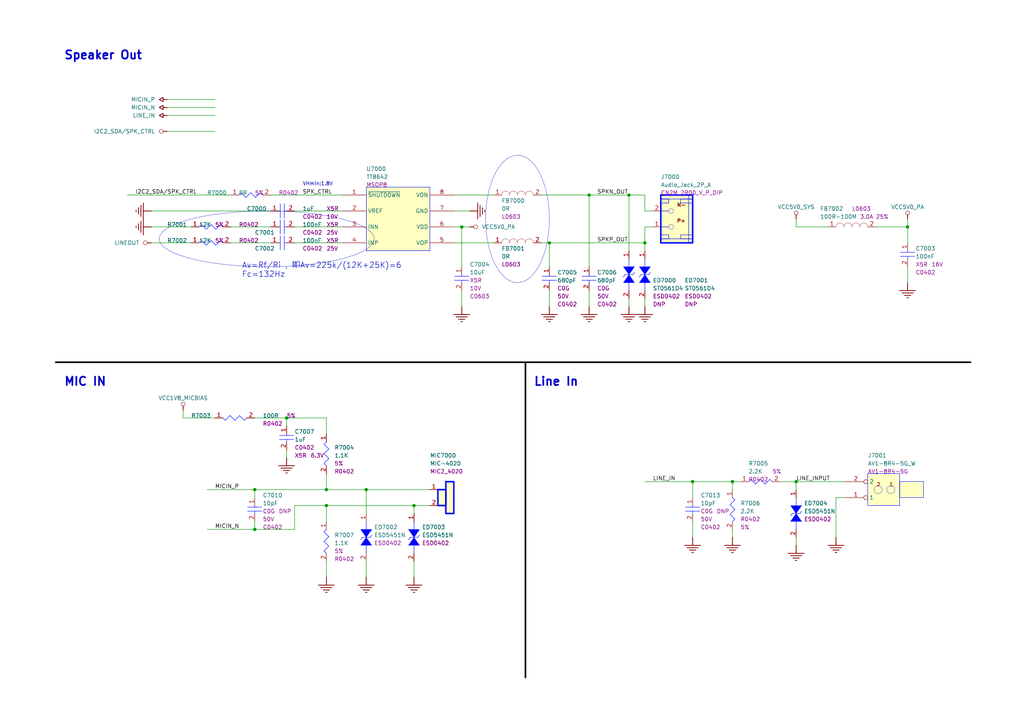
<source format=kicad_sch>
(kicad_sch (version 20250114) (generator "eeschema") (generator_version "9.0")
  (paper "User" 326.7 231)
  (lib_symbols
    (symbol "*:root_0_Amplifier_PT1505_0_*"
      (symbol "root_0_Amplifier_PT1505_0_*_1_0"
        (pin passive line (at -7.62 -2.54 0) (length 7.62) (name "~{SHUTDOWN}") (number "1"))
        (pin passive line (at -7.62 -7.62 0) (length 7.62) (name "VREF") (number "2"))
        (pin passive line (at -7.62 -12.7 0) (length 7.62) (name "INN") (number "3"))
        (pin passive line (at -7.62 -17.78 0) (length 7.62) (name "INP") (number "4"))
        (pin passive line (at 27.94 -2.54 180) (length 7.62) (name "VON") (number "8"))
        (pin passive line (at 27.94 -7.62 180) (length 7.62) (name "GND") (number "7"))
        (pin passive line (at 27.94 -12.7 180) (length 7.62) (name "VDD") (number "6"))
        (pin passive line (at 27.94 -17.78 180) (length 7.62) (name "VOP") (number "5"))
      )
    )
    (symbol "*:root_0_CAP NP_*" (pin_names (hide yes))
      (symbol "root_0_CAP NP_*_1_0"
        (pin passive line (at 2.54 2.54 270) (length 2.54) (name "1") (number "1"))
        (pin passive line (at 2.54 -5.08 90) (length 2.54) (name "2") (number "2"))
      )
    )
    (symbol "*:root_0_MIC_*" (pin_names (hide yes))
      (symbol "root_0_MIC_*_1_0"
        (pin passive line (at -2.54 -2.54 0) (length 2.54) (name "1") (number "1"))
        (pin passive line (at -2.54 -7.62 0) (length 2.54) (name "2") (number "2"))
      )
    )
    (symbol "*:root_0_RESISTOR_Dup1_*" (pin_names (hide yes))
      (symbol "root_0_RESISTOR_Dup1_*_1_0"
        (pin passive line (at 2.54 2.54 270) (length 2.54) (name "1") (number "1"))
        (pin passive line (at 2.54 -10.16 90) (length 2.54) (name "2") (number "2"))
      )
    )
    (symbol "*:root_0_mirrored_CAP NP_*" (pin_names (hide yes))
      (symbol "root_0_mirrored_CAP NP_*_1_0"
        (pin passive line (at -2.54 2.54 270) (length 2.54) (name "1") (number "1"))
        (pin passive line (at -2.54 -5.08 90) (length 2.54) (name "2") (number "2"))
      )
    )
    (symbol "*:root_0_mirrored_RESISTOR_Dup1_*" (pin_names (hide yes))
      (symbol "root_0_mirrored_RESISTOR_Dup1_*_1_0"
        (pin passive line (at -2.54 2.54 270) (length 2.54) (name "1") (number "1"))
        (pin passive line (at -2.54 -10.16 90) (length 2.54) (name "2") (number "2"))
      )
    )
    (symbol "*:root_1_BEAD_*" (pin_names (hide yes))
      (symbol "root_1_BEAD_*_1_0"
        (pin passive line (at -2.54 2.54 0) (length 2.54) (name "1") (number "1"))
        (pin passive line (at 12.7 2.54 180) (length 2.54) (name "2") (number "2"))
      )
    )
    (symbol "*:root_1_RESISTOR_Dup1_*" (pin_names (hide yes))
      (symbol "root_1_RESISTOR_Dup1_*_1_0"
        (pin passive line (at -2.54 2.54 0) (length 2.54) (name "1") (number "1"))
        (pin passive line (at 10.16 2.54 180) (length 2.54) (name "2") (number "2"))
      )
    )
    (symbol "*:root_2_JP_AV1-8.4-5G_*"
      (symbol "root_2_JP_AV1-8.4-5G_*_1_0"
        (text "2" (at -13.716 6.096 0) (effects (font (size 1.143 1.143)) (justify right bottom)))
        (text "1" (at -9.652 6.096 0) (effects (font (size 1.143 1.143)) (justify right bottom)))
        (pin passive inverted (at -25.4 7.62 0) (length 7.62) (name "2") (number "2"))
        (pin passive inverted (at -25.4 2.54 0) (length 7.62) (name "1") (number "1"))
      )
    )
    (symbol "*:root_2_mirrored_Audio_Jack_2P_A_3_*" (pin_names (hide yes))
      (symbol "root_2_mirrored_Audio_Jack_2P_A_3_*_1_0"
        (text "N-" (at 5.08 11.43 0) (effects (font (size 1.143 1.143) (thickness 0.2286) (bold yes)) (justify left bottom)))
        (text "P+" (at 5.08 6.35 0) (effects (font (size 1.143 1.143) (thickness 0.2286) (bold yes)) (justify left bottom)))
        (pin passive line (at -2.54 10.16 0) (length 2.54) (name "2") (number "2"))
        (pin passive line (at -2.54 5.08 0) (length 2.54) (name "1") (number "1"))
      )
    )
    (symbol "*:root_3_DIODE BI_DIR TRIG_*" (pin_names (hide yes))
      (symbol "root_3_DIODE BI_DIR TRIG_*_1_0"
        (pin passive line (at -2.54 2.54 270) (length 2.54) (name "1") (number "1"))
        (pin passive line (at -2.54 -12.7 90) (length 2.54) (name "2") (number "2"))
      )
    )
    (symbol "*:root_3_mirrored_CAP NP_*" (pin_names (hide yes))
      (symbol "root_3_mirrored_CAP NP_*_1_0"
        (pin passive line (at -2.54 -2.54 0) (length 2.54) (name "1") (number "1"))
        (pin passive line (at 5.08 -2.54 180) (length 2.54) (name "2") (number "2"))
      )
    )
    (symbol "*:root_3_mirrored_RESISTOR_Dup1_*" (pin_names (hide yes))
      (symbol "root_3_mirrored_RESISTOR_Dup1_*_1_0"
        (pin passive line (at -2.54 -2.54 0) (length 2.54) (name "1") (number "1"))
        (pin passive line (at 10.16 -2.54 180) (length 2.54) (name "2") (number "2"))
      )
    )
    (symbol "RV1106G_EVB1_V11_20220401LX-altium-import:GND_POWER_GROUND" (power)
      (property "Value" "GND" (at 0 -6.35 0))
      (symbol "GND_POWER_GROUND_0_0"
        (pin power_in line (at 0 0 0) (length 0) (hide yes) (name "GND") (number ""))
      )
    )
    (symbol "RV1106G_EVB1_V11_20220401LX-altium-import:I2C2_SDA/SPK_CTRL_CIRCLE" (power)
      (property "Value" "I2C2_SDA/SPK_CTRL" (at 0 -3.81 0))
      (symbol "I2C2_SDA/SPK_CTRL_CIRCLE_0_0"
        (pin power_in line (at 0 0 0) (length 0) (hide yes) (name "I2C2_SDA/SPK_CTRL") (number ""))
      )
    )
    (symbol "RV1106G_EVB1_V11_20220401LX-altium-import:LINEOUT_CIRCLE" (power)
      (property "Value" "LINEOUT" (at 0 -3.81 0))
      (symbol "LINEOUT_CIRCLE_0_0"
        (pin power_in line (at 0 0 0) (length 0) (hide yes) (name "LINEOUT") (number ""))
      )
    )
    (symbol "RV1106G_EVB1_V11_20220401LX-altium-import:LINE_IN_ARROW" (power)
      (property "Value" "LINE_IN" (at 0 -3.81 0))
      (symbol "LINE_IN_ARROW_0_0"
        (pin power_in line (at 0 0 0) (length 0) (hide yes) (name "LINE_IN") (number ""))
      )
    )
    (symbol "RV1106G_EVB1_V11_20220401LX-altium-import:MICIN_N_ARROW" (power)
      (property "Value" "MICIN_N" (at 0 -3.81 0))
      (symbol "MICIN_N_ARROW_0_0"
        (pin power_in line (at 0 0 0) (length 0) (hide yes) (name "MICIN_N") (number ""))
      )
    )
    (symbol "RV1106G_EVB1_V11_20220401LX-altium-import:MICIN_P_ARROW" (power)
      (property "Value" "MICIN_P" (at 0 -3.81 0))
      (symbol "MICIN_P_ARROW_0_0"
        (pin power_in line (at 0 0 0) (length 0) (hide yes) (name "MICIN_P") (number ""))
      )
    )
    (symbol "RV1106G_EVB1_V11_20220401LX-altium-import:VCC1V8_MICBIAS_CIRCLE" (power)
      (property "Value" "VCC1V8_MICBIAS" (at 0 -3.81 0))
      (symbol "VCC1V8_MICBIAS_CIRCLE_0_0"
        (pin power_in line (at 0 0 0) (length 0) (hide yes) (name "VCC1V8_MICBIAS") (number ""))
      )
    )
    (symbol "RV1106G_EVB1_V11_20220401LX-altium-import:VCC5V0_PA_CIRCLE" (power)
      (property "Value" "VCC5V0_PA" (at 0 -3.81 0))
      (symbol "VCC5V0_PA_CIRCLE_0_0"
        (pin power_in line (at 0 0 0) (length 0) (hide yes) (name "VCC5V0_PA") (number ""))
      )
    )
    (symbol "RV1106G_EVB1_V11_20220401LX-altium-import:VCC5V0_SYS_CIRCLE" (power)
      (property "Value" "VCC5V0_SYS" (at 0 -3.81 0))
      (symbol "VCC5V0_SYS_CIRCLE_0_0"
        (pin power_in line (at 0 0 0) (length 0) (hide yes) (name "VCC5V0_SYS") (number ""))
      )
    )
    (symbol "root_0_CAP NP_*_1" (pin_names (hide yes))
      (symbol "root_0_CAP NP_*_1_1_0"
        (pin passive line (at 2.54 2.54 270) (length 2.54) (name "1") (number "1"))
        (pin passive line (at 2.54 -5.08 90) (length 2.54) (name "2") (number "2"))
      )
    )
    (symbol "root_0_CAP NP_*_2" (pin_names (hide yes))
      (symbol "root_0_CAP NP_*_2_1_0"
        (pin passive line (at 2.54 2.54 270) (length 2.54) (name "1") (number "1"))
        (pin passive line (at 2.54 -5.08 90) (length 2.54) (name "2") (number "2"))
      )
    )
    (symbol "root_0_mirrored_CAP NP_*_1" (pin_names (hide yes))
      (symbol "root_0_mirrored_CAP NP_*_1_1_0"
        (pin passive line (at -2.54 2.54 270) (length 2.54) (name "1") (number "1"))
        (pin passive line (at -2.54 -5.08 90) (length 2.54) (name "2") (number "2"))
      )
    )
    (symbol "root_1_BEAD_*_1" (pin_names (hide yes))
      (symbol "root_1_BEAD_*_1_1_0"
        (pin passive line (at -2.54 2.54 0) (length 2.54) (name "1") (number "1"))
        (pin passive line (at 12.7 2.54 180) (length 2.54) (name "2") (number "2"))
      )
    )
    (symbol "root_1_BEAD_*_2" (pin_names (hide yes))
      (symbol "root_1_BEAD_*_2_1_0"
        (pin passive line (at -2.54 2.54 0) (length 2.54) (name "1") (number "1"))
        (pin passive line (at 12.7 2.54 180) (length 2.54) (name "2") (number "2"))
      )
    )
    (symbol "root_1_RESISTOR_Dup1_*_1" (pin_names (hide yes))
      (symbol "root_1_RESISTOR_Dup1_*_1_1_0"
        (pin passive line (at -2.54 2.54 0) (length 2.54) (name "1") (number "1"))
        (pin passive line (at 10.16 2.54 180) (length 2.54) (name "2") (number "2"))
      )
    )
    (symbol "root_1_RESISTOR_Dup1_*_2" (pin_names (hide yes))
      (symbol "root_1_RESISTOR_Dup1_*_2_1_0"
        (pin passive line (at -2.54 2.54 0) (length 2.54) (name "1") (number "1"))
        (pin passive line (at 10.16 2.54 180) (length 2.54) (name "2") (number "2"))
      )
    )
    (symbol "root_1_RESISTOR_Dup1_*_3" (pin_names (hide yes))
      (symbol "root_1_RESISTOR_Dup1_*_3_1_0"
        (pin passive line (at -2.54 2.54 0) (length 2.54) (name "1") (number "1"))
        (pin passive line (at 10.16 2.54 180) (length 2.54) (name "2") (number "2"))
      )
    )
    (symbol "root_3_mirrored_CAP NP_*_1" (pin_names (hide yes))
      (symbol "root_3_mirrored_CAP NP_*_1_1_0"
        (pin passive line (at -2.54 -2.54 0) (length 2.54) (name "1") (number "1"))
        (pin passive line (at 5.08 -2.54 180) (length 2.54) (name "2") (number "2"))
      )
    )
  )
  (bezier (pts (xy 119.38 76.2) (xy 119.38 71.2901) (xy 104.0278 67.31) (xy 85.09 67.31)) (stroke (width 0.0254)))
  (bezier (pts (xy 175.26 69.85) (xy 175.26 58.6275) (xy 170.7112 49.53) (xy 165.1 49.53)) (stroke (width 0.0254)))
  (bezier (pts (xy 50.8 76.2) (xy 50.8 81.1098) (xy 66.1521 85.09) (xy 85.09 85.09)) (stroke (width 0.0254)))
  (bezier (pts (xy 165.1 49.53) (xy 159.4887 49.53) (xy 154.94 58.6275) (xy 154.94 69.85)) (stroke (width 0.0254)))
  (bezier (pts (xy 85.09 67.31) (xy 66.1521 67.31) (xy 50.8 71.2901) (xy 50.8 76.2)) (stroke (width 0.0254)))
  (bezier (pts (xy 85.09 85.09) (xy 104.0278 85.09) (xy 119.38 81.1098) (xy 119.38 76.2)) (stroke (width 0.0254)))
  (bezier (pts (xy 154.94 69.85) (xy 154.94 81.0724) (xy 159.4887 90.17) (xy 165.1 90.17)) (stroke (width 0.0254)))
  (bezier (pts (xy 165.1 90.17) (xy 170.7112 90.17) (xy 175.26 81.0724) (xy 175.26 69.85)) (stroke (width 0.0254)))
  (text "Speaker Out" (at 20.32 19.304 0) (effects (font (size 2.667 2.667) (thickness 0.5334) (bold yes)) (justify left bottom)))
  (text "Line In" (at 170.18 123.444 0) (effects (font (size 2.667 2.667) (thickness 0.5334) (bold yes)) (justify left bottom)))
  (text "VHmin:1.8V" (at 96.52 59.436 0) (effects (font (size 1.143 1.143)) (justify left bottom)))
  (text "MIC IN" (at 20.32 123.444 0) (effects (font (size 2.667 2.667) (thickness 0.5334) (bold yes)) (justify left bottom)))
  (text_box "Av=Rf/Ri , 即Av=225k/(12K+25K)=6\nFc=132Hz" (at 142.24 89.662 0) (size -66.04 -7.112) (margins 0.9525 0.9525 0.9525 0.9525) (stroke (width -0.0001) (color 0 0 0 1)) (effects (font (size 1.778 1.778)) (justify left top)))
  (junction (at 187.96 62.23))
  (junction (at 81.28 156.21))
  (junction (at 289.56 72.39))
  (junction (at 175.26 77.47))
  (junction (at 81.28 168.91))
  (junction (at 91.44 133.35))
  (junction (at 104.14 161.29))
  (junction (at 254 153.67))
  (junction (at 205.74 77.47))
  (junction (at 116.84 156.21))
  (junction (at 233.68 153.67))
  (junction (at 132.08 161.29))
  (junction (at 147.32 72.39))
  (junction (at 220.98 153.67))
  (junction (at 104.14 156.21))
  (junction (at 200.66 62.23))
  (wire (pts (xy 157.48 77.47) (xy 144.78 77.47)))
  (wire (pts (xy 93.98 168.91) (xy 93.98 161.29)))
  (wire (pts (xy 266.7 158.75) (xy 266.7 171.45)))
  (wire (pts (xy 132.08 161.29) (xy 132.08 163.83)))
  (wire (pts (xy 91.44 146.05) (xy 91.44 143.51)))
  (wire (pts (xy 86.36 72.39) (xy 73.66 72.39)))
  (wire (pts (xy 175.26 77.47) (xy 175.26 85.09)))
  (wire (pts (xy 248.92 153.67) (xy 254 153.67)))
  (wire (pts (xy 81.28 156.21) (xy 104.14 156.21)))
  (wire (pts (xy 60.96 77.47) (xy 48.26 77.47)))
  (wire (pts (xy 109.22 67.31) (xy 93.98 67.31)))
  (wire (pts (xy 205.74 97.79) (xy 205.74 95.25)))
  (wire (pts (xy 233.68 153.67) (xy 233.68 156.21)))
  (wire (pts (xy 289.56 72.39) (xy 289.56 69.85)))
  (wire (pts (xy 66.04 156.21) (xy 81.28 156.21)))
  (wire (pts (xy 205.74 72.39) (xy 208.28 72.39)))
  (wire (pts (xy 68.58 133.35) (xy 58.42 133.35)))
  (wire (pts (xy 187.96 97.79) (xy 187.96 92.71)))
  (polyline (pts (xy 17.78 115.57) (xy 309.626 115.57)) (stroke (width 0.508) (type solid) (color 0 0 0 1)))
  (wire (pts (xy 220.98 171.45) (xy 220.98 166.37)))
  (wire (pts (xy 269.24 158.75) (xy 266.7 158.75)))
  (wire (pts (xy 205.74 77.47) (xy 205.74 72.39)))
  (wire (pts (xy 104.14 156.21) (xy 104.14 151.13)))
  (wire (pts (xy 157.48 62.23) (xy 144.78 62.23)))
  (wire (pts (xy 175.26 97.79) (xy 175.26 92.71)))
  (wire (pts (xy 220.98 153.67) (xy 233.68 153.67)))
  (wire (pts (xy 147.32 97.79) (xy 147.32 92.71)))
  (wire (pts (xy 68.58 41.91) (xy 53.34 41.91)))
  (wire (pts (xy 289.56 72.39) (xy 279.4 72.39)))
  (wire (pts (xy 236.22 153.67) (xy 233.68 153.67)))
  (wire (pts (xy 81.28 156.21) (xy 81.28 158.75)))
  (wire (pts (xy 254 153.67) (xy 269.24 153.67)))
  (wire (pts (xy 149.86 72.39) (xy 147.32 72.39)))
  (wire (pts (xy 205.74 80.01) (xy 205.74 77.47)))
  (wire (pts (xy 68.58 34.29) (xy 53.34 34.29)))
  (wire (pts (xy 149.86 67.31) (xy 144.78 67.31)))
  (wire (pts (xy 81.28 168.91) (xy 66.04 168.91)))
  (wire (pts (xy 187.96 85.09) (xy 187.96 62.23)))
  (wire (pts (xy 233.68 171.45) (xy 233.68 168.91)))
  (wire (pts (xy 93.98 161.29) (xy 104.14 161.29)))
  (wire (pts (xy 68.58 31.75) (xy 53.34 31.75)))
  (wire (pts (xy 254 72.39) (xy 254 69.85)))
  (wire (pts (xy 147.32 72.39) (xy 144.78 72.39)))
  (wire (pts (xy 91.44 135.89) (xy 91.44 133.35)))
  (wire (pts (xy 187.96 62.23) (xy 200.66 62.23)))
  (polyline (pts (xy 167.64 115.57) (xy 167.64 216.154)) (stroke (width 0.508) (type solid) (color 0 0 0 1)))
  (wire (pts (xy 254 156.21) (xy 254 153.67)))
  (wire (pts (xy 73.66 62.23) (xy 40.64 62.23)))
  (wire (pts (xy 91.44 133.35) (xy 81.28 133.35)))
  (wire (pts (xy 116.84 184.15) (xy 116.84 179.07)))
  (wire (pts (xy 254 173.99) (xy 254 171.45)))
  (wire (pts (xy 109.22 77.47) (xy 93.98 77.47)))
  (wire (pts (xy 116.84 163.83) (xy 116.84 156.21)))
  (wire (pts (xy 289.56 77.47) (xy 289.56 72.39)))
  (wire (pts (xy 200.66 62.23) (xy 200.66 80.01)))
  (wire (pts (xy 208.28 67.31) (xy 205.74 67.31)))
  (wire (pts (xy 109.22 62.23) (xy 86.36 62.23)))
  (wire (pts (xy 68.58 36.83) (xy 53.34 36.83)))
  (wire (pts (xy 104.14 156.21) (xy 116.84 156.21)))
  (wire (pts (xy 205.74 67.31) (xy 205.74 62.23)))
  (wire (pts (xy 104.14 133.35) (xy 91.44 133.35)))
  (wire (pts (xy 116.84 156.21) (xy 137.16 156.21)))
  (wire (pts (xy 86.36 67.31) (xy 48.26 67.31)))
  (wire (pts (xy 200.66 97.79) (xy 200.66 95.25)))
  (wire (pts (xy 104.14 161.29) (xy 132.08 161.29)))
  (wire (pts (xy 147.32 85.09) (xy 147.32 72.39)))
  (wire (pts (xy 104.14 166.37) (xy 104.14 161.29)))
  (wire (pts (xy 205.74 153.67) (xy 220.98 153.67)))
  (wire (pts (xy 220.98 158.75) (xy 220.98 153.67)))
  (wire (pts (xy 175.26 77.47) (xy 205.74 77.47)))
  (wire (pts (xy 109.22 72.39) (xy 93.98 72.39)))
  (wire (pts (xy 104.14 138.43) (xy 104.14 133.35)))
  (wire (pts (xy 86.36 77.47) (xy 73.66 77.47)))
  (wire (pts (xy 81.28 166.37) (xy 81.28 168.91)))
  (wire (pts (xy 132.08 184.15) (xy 132.08 179.07)))
  (wire (pts (xy 104.14 184.15) (xy 104.14 179.07)))
  (wire (pts (xy 132.08 161.29) (xy 137.16 161.29)))
  (wire (pts (xy 81.28 168.91) (xy 93.98 168.91)))
  (wire (pts (xy 205.74 62.23) (xy 200.66 62.23)))
  (wire (pts (xy 289.56 90.17) (xy 289.56 85.09)))
  (wire (pts (xy 58.42 133.35) (xy 58.42 130.81)))
  (wire (pts (xy 187.96 62.23) (xy 172.72 62.23)))
  (wire (pts (xy 172.72 77.47) (xy 175.26 77.47)))
  (wire (pts (xy 60.96 72.39) (xy 48.26 72.39)))
  (wire (pts (xy 264.16 72.39) (xy 254 72.39)))
  (label "I2C2_SDA/SPK_CTRL" (at 43.18 62.23 0))
  (label "SPKN_OUT" (at 190.5 62.23 0))
  (label "MICIN_N" (at 68.58 168.91 0))
  (label "SPK_CTRL" (at 96.52 62.23 0))
  (label "SPKP_OUT" (at 190.5 77.47 0))
  (label "LINE_INPUT" (at 254 153.67 0))
  (label "LINE_IN" (at 208.28 153.67 0))
  (label "MICIN_P" (at 68.58 156.21 0))
  (symbol (lib_id "RV1106G_EVB1_V11_20220401LX-altium-import:GND_POWER_GROUND") (at 220.98 171.45 0) (unit 1)
    (property "Reference" "#PWR?" (effects (hide yes)))
    (property "Value" "GND" (effects (hide yes)))
  )
  (symbol (lib_id "*:root_1_BEAD_*") (at 266.7 74.93 0) (unit 1)
    (property "Reference" "FB7002" (at 261.62 67.31 0) (effects (justify left bottom)))
    (property "Value" "100R-100M" (at 261.62 69.85 0) (effects (justify left bottom)))
    (property "Footprint" "L0603" (effects (hide yes)))
    (property "Description" "Chip ferrite  bead,100R-100M,rated current=3A" (effects (hide yes)))
    (property "DC RESISTOR" "0.03ohm" (effects (hide yes)))
    (property "TOLERANCE" "25%" (at 279.4 69.85 0) (effects (justify left bottom)))
    (property "PCB FOOTPRINT" "L0603" (at 271.78 67.31 0) (effects (justify left bottom)))
    (property "IRMS" "3.0A" (at 274.32 69.85 0) (effects (justify left bottom)))
    (property "ISAT" "3.0A" (effects (hide yes)))
    (property "RK PN" "MPZ1608S101ATAH0" (effects (hide yes)))
    (property "PRIORITY" "A" (effects (hide yes)))
    (property "PART TYPE" "BEAD" (effects (hide yes)))
    (property "MANUFACTURER" "TDK" (effects (hide yes)))
    (property "MANUFACTURER PN" "MPZ1608S101ATAH0" (effects (hide yes)))
    (property "CREATED BY" "JJJ" (effects (hide yes)))
  )
  (symbol (lib_id "RV1106G_EVB1_V11_20220401LX-altium-import:GND_POWER_GROUND") (at 175.26 97.79 0) (unit 1)
    (property "Reference" "#PWR?" (effects (hide yes)))
    (property "Value" "GND" (effects (hide yes)))
  )
  (symbol (lib_id "RV1106G_EVB1_V11_20220401LX-altium-import:GND_POWER_GROUND") (at 233.68 171.45 0) (unit 1)
    (property "Reference" "#PWR?" (effects (hide yes)))
    (property "Value" "GND" (effects (hide yes)))
  )
  (symbol (lib_id "*:root_0_mirrored_CAP NP_*") (at 177.8 87.63 0) (unit 1)
    (property "Reference" "C7005" (at 177.8 87.63 0) (effects (justify left bottom)))
    (property "Value" "680pF" (at 177.8 90.17 0) (effects (justify left bottom)))
    (property "Footprint" "C0402" (effects (hide yes)))
    (property "Description" "cap,680.00pF,+/-10%,50V,C0G,C0402" (effects (hide yes)))
    (property "DIELECTRIC" "C0G" (at 177.8 92.71 0) (effects (justify left bottom)))
    (property "PCB FOOTPRINT" "C0402" (at 177.8 97.79 0) (effects (justify left bottom)))
    (property "VOLTAGE" "50V" (at 177.8 95.25 0) (effects (justify left bottom)))
    (property "RK PN" "C1005C0G1H681K050BA" (effects (hide yes)))
    (property "PRIORITY" "A" (effects (hide yes)))
    (property "PART TYPE" "C0402" (effects (hide yes)))
    (property "TOLERANCE" "10%" (effects (hide yes)))
    (property "MANUFACTURER" "TDK" (effects (hide yes)))
    (property "MANUFACTURER PN" "C1005C0G1H681K050BA" (effects (hide yes)))
    (property "CREATED BY" "JJJ" (effects (hide yes)))
  )
  (symbol (lib_id "RV1106G_EVB1_V11_20220401LX-altium-import:GND_POWER_GROUND") (at 104.14 184.15 0) (unit 1)
    (property "Reference" "#PWR?" (effects (hide yes)))
    (property "Value" "GND" (effects (hide yes)))
  )
  (symbol (lib_id "RV1106G_EVB1_V11_20220401LX-altium-import:MICIN_N_ARROW") (at 53.34 34.29 270) (unit 1)
    (property "Reference" "#PWR?" (effects (hide yes)))
    (property "Value" "MICIN_N" (at 49.53 34.29 90) (effects (justify right)))
  )
  (symbol (lib_name "root_0_mirrored_CAP NP_*_1") (lib_id "*:root_0_mirrored_CAP NP_*") (at 149.86 87.63 0) (unit 1)
    (property "Reference" "C7004" (at 149.86 85.09 0) (effects (justify left bottom)))
    (property "Value" "10uF" (at 149.86 87.63 0) (effects (justify left bottom)))
    (property "Footprint" "C0603" (effects (hide yes)))
    (property "Description" "cap,10.00uF,+/-10%,10V,X5R,C0603" (effects (hide yes)))
    (property "DIELECTRIC" "X5R" (at 149.86 90.17 0) (effects (justify left bottom)))
    (property "PCB FOOTPRINT" "C0603" (at 149.86 95.25 0) (effects (justify left bottom)))
    (property "VOLTAGE" "10V" (at 149.86 92.71 0) (effects (justify left bottom)))
    (property "CREATED BY" "JJJ" (effects (hide yes)))
    (property "MANUFACTURER PN" "C1608X5R1A106K080AC" (effects (hide yes)))
    (property "MANUFACTURER" "TDK" (effects (hide yes)))
    (property "TOLERANCE" "10%" (effects (hide yes)))
    (property "PART TYPE" "C0603" (effects (hide yes)))
    (property "PRIORITY" "A" (effects (hide yes)))
    (property "RK PN" "C1608X5R1A106K080AC" (effects (hide yes)))
  )
  (symbol (lib_id "*:root_1_RESISTOR_Dup1_*") (at 238.76 156.21 0) (unit 1)
    (property "Reference" "R7005" (at 238.76 148.59 0) (effects (justify left bottom)))
    (property "Value" "2.2K" (at 238.76 151.13 0) (effects (justify left bottom)))
    (property "Footprint" "R0402" (effects (hide yes)))
    (property "Description" "通用厚膜电阻,2K2,+/-5%,R0402,1/16W." (effects (hide yes)))
    (property "PCB FOOTPRINT" "R0402" (at 238.76 153.67 0) (effects (justify left bottom)))
    (property "TOLERANCE" "5%" (at 246.38 151.13 0) (effects (justify left bottom)))
    (property "RK PN" "RC0402JR-072K2L" (effects (hide yes)))
    (property "PRIORITY" "A" (effects (hide yes)))
    (property "PART TYPE" "通用厚膜电阻" (effects (hide yes)))
    (property "WATTAGE" "1/16W" (effects (hide yes)))
    (property "MANUFACTURER" "YAGEO" (effects (hide yes)))
    (property "MANUFACTURER PN" "RC0402JR-072K2L" (effects (hide yes)))
    (property "CREATED BY" "YTL" (effects (hide yes)))
  )
  (symbol (lib_id "RV1106G_EVB1_V11_20220401LX-altium-import:VCC5V0_PA_CIRCLE") (at 289.56 69.85 180) (unit 1)
    (property "Reference" "#PWR?" (effects (hide yes)))
    (property "Value" "VCC5V0_PA" (at 289.56 66.04 0))
  )
  (symbol (lib_id "*:root_2_mirrored_Audio_Jack_2P_A_3_*") (at 210.82 77.47 0) (unit 1)
    (property "Reference" "J7000" (at 210.82 57.15 0) (effects (justify left bottom)))
    (property "Value" "Audio_Jack_2P_A" (at 210.82 59.69 0) (effects (justify left bottom)))
    (property "Footprint" "CN2M_2R00_V_P_DIP" (effects (hide yes)))
    (property "NAME" "INS20435614" (effects (hide yes)))
    (property "PCB FOOTPRINT" "CN2M_2R00_V_P_DIP" (at 210.82 62.23 0) (effects (justify left bottom)))
  )
  (symbol (lib_id "RV1106G_EVB1_V11_20220401LX-altium-import:GND_POWER_GROUND") (at 289.56 90.17 0) (unit 1)
    (property "Reference" "#PWR?" (effects (hide yes)))
    (property "Value" "GND" (effects (hide yes)))
  )
  (symbol (lib_id "RV1106G_EVB1_V11_20220401LX-altium-import:VCC1V8_MICBIAS_CIRCLE") (at 58.42 130.81 180) (unit 1)
    (property "Reference" "#PWR?" (effects (hide yes)))
    (property "Value" "VCC1V8_MICBIAS" (at 58.42 127 0))
  )
  (symbol (lib_id "RV1106G_EVB1_V11_20220401LX-altium-import:GND_POWER_GROUND") (at 254 173.99 0) (unit 1)
    (property "Reference" "#PWR?" (effects (hide yes)))
    (property "Value" "GND" (effects (hide yes)))
  )
  (symbol (lib_name "root_3_mirrored_CAP NP_*_1") (lib_id "*:root_3_mirrored_CAP NP_*") (at 88.9 64.77 0) (unit 1)
    (property "Reference" "C7000" (at 78.74 67.31 0) (effects (justify left bottom)))
    (property "Value" "1uF" (at 96.52 67.31 0) (effects (justify left bottom)))
    (property "Footprint" "C0402" (effects (hide yes)))
    (property "Description" "cap,1.00uF,+/-10%,10V,X5R,C0402" (effects (hide yes)))
    (property "DIELECTRIC" "X5R" (at 104.14 67.31 0) (effects (justify left bottom)))
    (property "PCB FOOTPRINT" "C0402" (at 96.52 69.85 0) (effects (justify left bottom)))
    (property "VOLTAGE" "10V" (at 104.14 69.85 0) (effects (justify left bottom)))
    (property "RK PN" "C1005X5R1A105K050BB" (effects (hide yes)))
    (property "PRIORITY" "A" (effects (hide yes)))
    (property "PART TYPE" "C0402" (effects (hide yes)))
    (property "TOLERANCE" "10%" (effects (hide yes)))
    (property "MANUFACTURER" "TDK" (effects (hide yes)))
    (property "MANUFACTURER PN" "C1005X5R1A105K050BB" (effects (hide yes)))
    (property "CREATED BY" "JJJ" (effects (hide yes)))
  )
  (symbol (lib_id "RV1106G_EVB1_V11_20220401LX-altium-import:GND_POWER_GROUND") (at 132.08 184.15 0) (unit 1)
    (property "Reference" "#PWR?" (effects (hide yes)))
    (property "Value" "GND" (effects (hide yes)))
  )
  (symbol (lib_id "*:root_0_MIC_*") (at 139.7 153.67 0) (unit 1)
    (property "Reference" "MIC7000" (at 137.16 146.05 0) (effects (justify left bottom)))
    (property "Value" "MIC-4020" (at 137.16 148.59 0) (effects (justify left bottom)))
    (property "Footprint" "MIC2_4020" (effects (hide yes)))
    (property "Description" "mic 咪头" (effects (hide yes)))
    (property "PCB FOOTPRINT" "MIC2_4020" (at 137.16 151.13 0) (effects (justify left bottom)))
    (property "CREATED BY" "JJJ" (effects (hide yes)))
    (property "MANUFACTURER PART NUMBER" "MIC-4020" (effects (hide yes)))
    (property "MANUFACTURER" "待更新" (effects (hide yes)))
    (property "PART TYPE" "MIC" (effects (hide yes)))
    (property "PRIORITY" "A" (effects (hide yes)))
    (property "RK PN" "MIC" (effects (hide yes)))
  )
  (symbol (lib_id "RV1106G_EVB1_V11_20220401LX-altium-import:GND_POWER_GROUND") (at 149.86 67.31 90) (unit 1)
    (property "Reference" "#PWR?" (effects (hide yes)))
    (property "Value" "GND" (effects (hide yes)))
  )
  (symbol (lib_id "*:root_3_DIODE BI_DIR TRIG_*") (at 119.38 166.37 0) (unit 1)
    (property "Reference" "ED7002" (at 119.38 168.91 0) (effects (justify left bottom)))
    (property "Value" "ESD5451N" (at 119.38 171.45 0) (effects (justify left bottom)))
    (property "Footprint" "ESD0402" (effects (hide yes)))
    (property "Description" "1-Line, Bi-directional, Transient Voltage Suppressors.17.5pF." (effects (hide yes)))
    (property "PCB FOOTPRINT" "ESD0402" (at 119.38 173.99 0) (effects (justify left bottom)))
    (property "CREATED BY" "JJJ" (effects (hide yes)))
    (property "MANUFACTURER PN" "ESD5451N" (effects (hide yes)))
    (property "MANUFACTURER" "WillSemi(韦尔半导体)" (effects (hide yes)))
    (property "PART TYPE" "ESD_TVS" (effects (hide yes)))
    (property "PRIORITY" "A" (effects (hide yes)))
    (property "RK PN" "ESD5451N" (effects (hide yes)))
  )
  (symbol (lib_id "*:root_3_mirrored_RESISTOR_Dup1_*") (at 71.12 130.81 0) (unit 1)
    (property "Reference" "R7003" (at 60.96 133.35 0) (effects (justify left bottom)))
    (property "Value" "100R" (at 83.82 133.35 0) (effects (justify left bottom)))
    (property "Footprint" "R0402" (effects (hide yes)))
    (property "Description" "通用厚膜电阻,100R,+/-5%,R0402,1/16W." (effects (hide yes)))
    (property "PCB FOOTPRINT" "R0402" (at 83.82 135.89 0) (effects (justify left bottom)))
    (property "TOLERANCE" "5%" (at 91.44 133.35 0) (effects (justify left bottom)))
    (property "CREATED BY" "YTL" (effects (hide yes)))
    (property "MANUFACTURER PN" "RC0402JR-07100RL" (effects (hide yes)))
    (property "MANUFACTURER" "YAGEO" (effects (hide yes)))
    (property "WATTAGE" "1/16W" (effects (hide yes)))
    (property "PART TYPE" "通用厚膜电阻" (effects (hide yes)))
    (property "PRIORITY" "A" (effects (hide yes)))
    (property "RK PN" "RC0402JR-07100RL" (effects (hide yes)))
  )
  (symbol (lib_id "*:root_3_DIODE BI_DIR TRIG_*") (at 134.62 166.37 0) (unit 1)
    (property "Reference" "ED7003" (at 134.62 168.91 0) (effects (justify left bottom)))
    (property "Value" "ESD5451N" (at 134.62 171.45 0) (effects (justify left bottom)))
    (property "Footprint" "ESD0402" (effects (hide yes)))
    (property "Description" "1-Line, Bi-directional, Transient Voltage Suppressors.17.5pF." (effects (hide yes)))
    (property "PCB FOOTPRINT" "ESD0402" (at 134.62 173.99 0) (effects (justify left bottom)))
    (property "RK PN" "ESD5451N" (effects (hide yes)))
    (property "PRIORITY" "A" (effects (hide yes)))
    (property "PART TYPE" "ESD_TVS" (effects (hide yes)))
    (property "MANUFACTURER" "WillSemi(韦尔半导体)" (effects (hide yes)))
    (property "MANUFACTURER PN" "ESD5451N" (effects (hide yes)))
    (property "CREATED BY" "JJJ" (effects (hide yes)))
  )
  (symbol (lib_id "RV1106G_EVB1_V11_20220401LX-altium-import:GND_POWER_GROUND") (at 116.84 184.15 0) (unit 1)
    (property "Reference" "#PWR?" (effects (hide yes)))
    (property "Value" "GND" (effects (hide yes)))
  )
  (symbol (lib_name "root_1_RESISTOR_Dup1_*_1") (lib_id "*:root_1_RESISTOR_Dup1_*") (at 63.5 80.01 0) (unit 1)
    (property "Reference" "R7002" (at 53.34 77.47 0) (effects (justify left bottom)))
    (property "Value" "12K" (at 63.5 77.47 0) (effects (justify left bottom)))
    (property "Footprint" "R0402" (effects (hide yes)))
    (property "Description" "通用厚膜电阻,75K,+/-5%,R0402,1/16W." (effects (hide yes)))
    (property "PCB FOOTPRINT" "R0402" (at 76.2 77.47 0) (effects (justify left bottom)))
    (property "TOLERANCE" "5%" (at 68.58 77.47 0) (effects (justify left bottom)))
    (property "CREATED BY" "YTL" (effects (hide yes)))
    (property "MANUFACTURER PN" "RC0402JR-0775KL" (effects (hide yes)))
    (property "MANUFACTURER" "YAGEO" (effects (hide yes)))
    (property "WATTAGE" "1/16W" (effects (hide yes)))
    (property "PART TYPE" "通用厚膜电阻" (effects (hide yes)))
    (property "PRIORITY" "A" (effects (hide yes)))
    (property "RK PN" "RC0402JR-0775KL" (effects (hide yes)))
  )
  (symbol (lib_name "root_1_RESISTOR_Dup1_*_2") (lib_id "*:root_1_RESISTOR_Dup1_*") (at 76.2 64.77 0) (unit 1)
    (property "Reference" "R7000" (at 66.04 62.23 0) (effects (justify left bottom)))
    (property "Value" "0R" (at 76.2 62.23 0) (effects (justify left bottom)))
    (property "Footprint" "R0402" (effects (hide yes)))
    (property "Description" "通用厚膜电阻,0R,+/-5%,R0402,1/16W." (effects (hide yes)))
    (property "PCB FOOTPRINT" "R0402" (at 88.9 62.23 0) (effects (justify left bottom)))
    (property "TOLERANCE" "5%" (at 81.28 62.23 0) (effects (justify left bottom)))
    (property "RK PN" "RC0402JR-070RL" (effects (hide yes)))
    (property "PRIORITY" "A" (effects (hide yes)))
    (property "PART TYPE" "通用厚膜电阻" (effects (hide yes)))
    (property "WATTAGE" "1/16W" (effects (hide yes)))
    (property "MANUFACTURER" "YAGEO" (effects (hide yes)))
    (property "MANUFACTURER PN" "RC0402JR-070RL" (effects (hide yes)))
    (property "CREATED BY" "YTL" (effects (hide yes)))
  )
  (symbol (lib_id "RV1106G_EVB1_V11_20220401LX-altium-import:VCC5V0_SYS_CIRCLE") (at 254 69.85 180) (unit 1)
    (property "Reference" "#PWR?" (effects (hide yes)))
    (property "Value" "VCC5V0_SYS" (at 254 66.04 0))
  )
  (symbol (lib_id "RV1106G_EVB1_V11_20220401LX-altium-import:GND_POWER_GROUND") (at 266.7 171.45 0) (unit 1)
    (property "Reference" "#PWR?" (effects (hide yes)))
    (property "Value" "GND" (effects (hide yes)))
  )
  (symbol (lib_id "RV1106G_EVB1_V11_20220401LX-altium-import:GND_POWER_GROUND") (at 91.44 146.05 0) (unit 1)
    (property "Reference" "#PWR?" (effects (hide yes)))
    (property "Value" "GND" (effects (hide yes)))
  )
  (symbol (lib_id "*:root_0_mirrored_RESISTOR_Dup1_*") (at 106.68 168.91 0) (unit 1)
    (property "Reference" "R7007" (at 106.68 171.45 0) (effects (justify left bottom)))
    (property "Value" "1.1K" (at 106.68 173.99 0) (effects (justify left bottom)))
    (property "Footprint" "R0402" (effects (hide yes)))
    (property "Description" "通用厚膜电阻,1K1,+/-5%,R0402,1/16W." (effects (hide yes)))
    (property "PCB FOOTPRINT" "R0402" (at 106.68 179.07 0) (effects (justify left bottom)))
    (property "TOLERANCE" "5%" (at 106.68 176.53 0) (effects (justify left bottom)))
    (property "CREATED BY" "YTL" (effects (hide yes)))
    (property "MANUFACTURER PN" "RC0402JR-071K1L" (effects (hide yes)))
    (property "MANUFACTURER" "YAGEO" (effects (hide yes)))
    (property "WATTAGE" "1/16W" (effects (hide yes)))
    (property "PART TYPE" "通用厚膜电阻" (effects (hide yes)))
    (property "PRIORITY" "A" (effects (hide yes)))
    (property "RK PN" "RC0402JR-071K1L" (effects (hide yes)))
  )
  (symbol (lib_id "*:root_0_mirrored_CAP NP_*") (at 190.5 87.63 0) (unit 1)
    (property "Reference" "C7006" (at 190.5 87.63 0) (effects (justify left bottom)))
    (property "Value" "680pF" (at 190.5 90.17 0) (effects (justify left bottom)))
    (property "Footprint" "C0402" (effects (hide yes)))
    (property "Description" "cap,680.00pF,+/-10%,50V,C0G,C0402" (effects (hide yes)))
    (property "DIELECTRIC" "C0G" (at 190.5 92.71 0) (effects (justify left bottom)))
    (property "PCB FOOTPRINT" "C0402" (at 190.5 97.79 0) (effects (justify left bottom)))
    (property "VOLTAGE" "50V" (at 190.5 95.25 0) (effects (justify left bottom)))
    (property "CREATED BY" "JJJ" (effects (hide yes)))
    (property "MANUFACTURER PN" "C1005C0G1H681K050BA" (effects (hide yes)))
    (property "MANUFACTURER" "TDK" (effects (hide yes)))
    (property "TOLERANCE" "10%" (effects (hide yes)))
    (property "PART TYPE" "C0402" (effects (hide yes)))
    (property "PRIORITY" "A" (effects (hide yes)))
    (property "RK PN" "C1005C0G1H681K050BA" (effects (hide yes)))
  )
  (symbol (lib_id "*:root_3_DIODE BI_DIR TRIG_*") (at 208.28 82.55 0) (unit 1)
    (property "Reference" "ED7001" (at 218.44 90.17 0) (effects (justify left bottom)))
    (property "Value" "ST0561D4" (at 218.44 92.71 0) (effects (justify left bottom)))
    (property "Footprint" "ESD0402" (effects (hide yes)))
    (property "Description" "1-Line, Bi-directional, Transient Voltage Suppressors.17.5pF." (effects (hide yes)))
    (property "PCB FOOTPRINT" "ESD0402" (at 218.44 95.25 0) (effects (justify left bottom)))
    (property "CREATED BY" "JJJ" (effects (hide yes)))
    (property "MANUFACTURER PN" "ESD5451N" (effects (hide yes)))
    (property "MANUFACTURER" "WillSemi(韦尔半导体)" (effects (hide yes)))
    (property "PART TYPE" "ESD_TVS" (effects (hide yes)))
    (property "PRIORITY" "A" (effects (hide yes)))
    (property "RK PN" "ESD5451N" (effects (hide yes)))
    (property "OPTION" "DNP" (at 218.44 97.79 0) (effects (justify left bottom)))
  )
  (symbol (lib_id "*:root_0_CAP NP_*") (at 78.74 161.29 0) (unit 1)
    (property "Reference" "C7010" (at 83.82 158.75 0) (effects (justify left bottom)))
    (property "Value" "10pF" (at 83.82 161.29 0) (effects (justify left bottom)))
    (property "Footprint" "C0402" (effects (hide yes)))
    (property "Description" "cap,10.00pF,+/-0.5,50V,C0G,C0402" (effects (hide yes)))
    (property "DIELECTRIC" "C0G" (at 83.82 163.83 0) (effects (justify left bottom)))
    (property "PCB FOOTPRINT" "C0402" (at 83.82 168.91 0) (effects (justify left bottom)))
    (property "VOLTAGE" "50V" (at 83.82 166.37 0) (effects (justify left bottom)))
    (property "CREATED BY" "JJJ" (effects (hide yes)))
    (property "MANUFACTURER PN" "C1005C0G1H100D050BA" (effects (hide yes)))
    (property "MANUFACTURER" "TDK" (effects (hide yes)))
    (property "TOLERANCE" "+/-0.5pF" (effects (hide yes)))
    (property "PART TYPE" "C0402" (effects (hide yes)))
    (property "PRIORITY" "A" (effects (hide yes)))
    (property "RK PN" "C1005C0G1H100D050BA" (effects (hide yes)))
    (property "OPTION" "DNP" (at 88.9 163.83 0) (effects (justify left bottom)))
  )
  (symbol (lib_id "*:root_3_DIODE BI_DIR TRIG_*") (at 203.2 82.55 0) (unit 1)
    (property "Reference" "ED7000" (at 208.28 90.17 0) (effects (justify left bottom)))
    (property "Value" "ST0561D4" (at 208.28 92.71 0) (effects (justify left bottom)))
    (property "Footprint" "ESD0402" (effects (hide yes)))
    (property "Description" "1-Line, Bi-directional, Transient Voltage Suppressors.17.5pF." (effects (hide yes)))
    (property "PCB FOOTPRINT" "ESD0402" (at 208.28 95.25 0) (effects (justify left bottom)))
    (property "CREATED BY" "JJJ" (effects (hide yes)))
    (property "MANUFACTURER PN" "ESD5451N" (effects (hide yes)))
    (property "MANUFACTURER" "WillSemi(韦尔半导体)" (effects (hide yes)))
    (property "PART TYPE" "ESD_TVS" (effects (hide yes)))
    (property "PRIORITY" "A" (effects (hide yes)))
    (property "RK PN" "ESD5451N" (effects (hide yes)))
    (property "OPTION" "DNP" (at 208.28 97.79 0) (effects (justify left bottom)))
  )
  (symbol (lib_id "*:root_3_mirrored_CAP NP_*") (at 88.9 69.85 0) (unit 1)
    (property "Reference" "C7001" (at 81.28 74.93 0) (effects (justify left bottom)))
    (property "Value" "100nF" (at 96.52 72.39 0) (effects (justify left bottom)))
    (property "Footprint" "C0402" (effects (hide yes)))
    (property "Description" "cap,10.00nF,+/-10%,25V,X5R,C0402" (effects (hide yes)))
    (property "DIELECTRIC" "X5R" (at 104.14 72.39 0) (effects (justify left bottom)))
    (property "PCB FOOTPRINT" "C0402" (at 96.52 74.93 0) (effects (justify left bottom)))
    (property "VOLTAGE" "25V" (at 104.14 74.93 0) (effects (justify left bottom)))
    (property "CREATED BY" "JJJ" (effects (hide yes)))
    (property "MANUFACTURER PN" "C1005X5R1E103K050BA" (effects (hide yes)))
    (property "MANUFACTURER" "TDK" (effects (hide yes)))
    (property "TOLERANCE" "10%" (effects (hide yes)))
    (property "PART TYPE" "C0402" (effects (hide yes)))
    (property "PRIORITY" "A" (effects (hide yes)))
    (property "RK PN" "C1005X5R1E103K050BA" (effects (hide yes)))
  )
  (symbol (lib_id "RV1106G_EVB1_V11_20220401LX-altium-import:VCC5V0_PA_CIRCLE") (at 149.86 72.39 90) (unit 1)
    (property "Reference" "#PWR?" (effects (hide yes)))
    (property "Value" "VCC5V0_PA" (at 153.67 72.39 90) (effects (justify right)))
  )
  (symbol (lib_id "*:root_0_CAP NP_*") (at 218.44 161.29 0) (unit 1)
    (property "Reference" "C7013" (at 223.52 158.75 0) (effects (justify left bottom)))
    (property "Value" "10pF" (at 223.52 161.29 0) (effects (justify left bottom)))
    (property "Footprint" "C0402" (effects (hide yes)))
    (property "Description" "cap,10.00pF,+/-0.5,50V,C0G,C0402" (effects (hide yes)))
    (property "DIELECTRIC" "C0G" (at 223.52 163.83 0) (effects (justify left bottom)))
    (property "PCB FOOTPRINT" "C0402" (at 223.52 168.91 0) (effects (justify left bottom)))
    (property "VOLTAGE" "50V" (at 223.52 166.37 0) (effects (justify left bottom)))
    (property "OPTION" "DNP" (at 228.6 163.83 0) (effects (justify left bottom)))
    (property "RK PN" "C1005C0G1H100D050BA" (effects (hide yes)))
    (property "PRIORITY" "A" (effects (hide yes)))
    (property "PART TYPE" "C0402" (effects (hide yes)))
    (property "TOLERANCE" "+/-0.5pF" (effects (hide yes)))
    (property "MANUFACTURER" "TDK" (effects (hide yes)))
    (property "MANUFACTURER PN" "C1005C0G1H100D050BA" (effects (hide yes)))
    (property "CREATED BY" "JJJ" (effects (hide yes)))
  )
  (symbol (lib_id "RV1106G_EVB1_V11_20220401LX-altium-import:GND_POWER_GROUND") (at 205.74 97.79 0) (unit 1)
    (property "Reference" "#PWR?" (effects (hide yes)))
    (property "Value" "GND" (effects (hide yes)))
  )
  (symbol (lib_name "root_1_RESISTOR_Dup1_*_3") (lib_id "*:root_1_RESISTOR_Dup1_*") (at 63.5 74.93 0) (unit 1)
    (property "Reference" "R7001" (at 53.34 72.39 0) (effects (justify left bottom)))
    (property "Value" "12K" (at 63.5 72.39 0) (effects (justify left bottom)))
    (property "Footprint" "R0402" (effects (hide yes)))
    (property "Description" "通用厚膜电阻,75K,+/-5%,R0402,1/16W." (effects (hide yes)))
    (property "PCB FOOTPRINT" "R0402" (at 76.2 72.39 0) (effects (justify left bottom)))
    (property "TOLERANCE" "5%" (at 68.58 72.39 0) (effects (justify left bottom)))
    (property "RK PN" "RC0402JR-0775KL" (effects (hide yes)))
    (property "PRIORITY" "A" (effects (hide yes)))
    (property "PART TYPE" "通用厚膜电阻" (effects (hide yes)))
    (property "WATTAGE" "1/16W" (effects (hide yes)))
    (property "MANUFACTURER" "YAGEO" (effects (hide yes)))
    (property "MANUFACTURER PN" "RC0402JR-0775KL" (effects (hide yes)))
    (property "CREATED BY" "YTL" (effects (hide yes)))
  )
  (symbol (lib_id "*:root_3_mirrored_CAP NP_*") (at 88.9 74.93 0) (unit 1)
    (property "Reference" "C7002" (at 81.28 80.01 0) (effects (justify left bottom)))
    (property "Value" "100nF" (at 96.52 77.47 0) (effects (justify left bottom)))
    (property "Footprint" "C0402" (effects (hide yes)))
    (property "Description" "cap,10.00nF,+/-10%,25V,X5R,C0402" (effects (hide yes)))
    (property "DIELECTRIC" "X5R" (at 104.14 77.47 0) (effects (justify left bottom)))
    (property "PCB FOOTPRINT" "C0402" (at 96.52 80.01 0) (effects (justify left bottom)))
    (property "VOLTAGE" "25V" (at 104.14 80.01 0) (effects (justify left bottom)))
    (property "CREATED BY" "JJJ" (effects (hide yes)))
    (property "MANUFACTURER PN" "C1005X5R1E103K050BA" (effects (hide yes)))
    (property "MANUFACTURER" "TDK" (effects (hide yes)))
    (property "TOLERANCE" "10%" (effects (hide yes)))
    (property "PART TYPE" "C0402" (effects (hide yes)))
    (property "PRIORITY" "A" (effects (hide yes)))
    (property "RK PN" "C1005X5R1E103K050BA" (effects (hide yes)))
  )
  (symbol (lib_id "RV1106G_EVB1_V11_20220401LX-altium-import:LINE_IN_ARROW") (at 53.34 36.83 270) (unit 1)
    (property "Reference" "#PWR?" (effects (hide yes)))
    (property "Value" "LINE_IN" (at 49.53 36.83 90) (effects (justify right)))
  )
  (symbol (lib_name "root_1_BEAD_*_1") (lib_id "*:root_1_BEAD_*") (at 160.02 80.01 0) (unit 1)
    (property "Reference" "FB7001" (at 160.02 80.01 0) (effects (justify left bottom)))
    (property "Value" "0R" (at 160.02 82.55 0) (effects (justify left bottom)))
    (property "Footprint" "L0603" (effects (hide yes)))
    (property "Description" "Ferrite Bead,600R-100M,0.25,L0603" (effects (hide yes)))
    (property "DC RESISTOR" "0.38ohm" (effects (hide yes)))
    (property "TOLERANCE" "0.25" (effects (hide yes)))
    (property "PCB FOOTPRINT" "L0603" (at 160.02 85.09 0) (effects (justify left bottom)))
    (property "IRMS" "500mA" (effects (hide yes)))
    (property "CREATED BY" "YTL" (effects (hide yes)))
    (property "MANUFACTURER PN" "GZ1608D601CTF" (effects (hide yes)))
    (property "MANUFACTURER" "sunlord" (effects (hide yes)))
    (property "PART TYPE" "BEAD" (effects (hide yes)))
    (property "PRIORITY" "A" (effects (hide yes)))
    (property "RK PN" "GZ1608D601CTF" (effects (hide yes)))
  )
  (symbol (lib_id "RV1106G_EVB1_V11_20220401LX-altium-import:GND_POWER_GROUND") (at 187.96 97.79 0) (unit 1)
    (property "Reference" "#PWR?" (effects (hide yes)))
    (property "Value" "GND" (effects (hide yes)))
  )
  (symbol (lib_id "RV1106G_EVB1_V11_20220401LX-altium-import:GND_POWER_GROUND") (at 147.32 97.79 0) (unit 1)
    (property "Reference" "#PWR?" (effects (hide yes)))
    (property "Value" "GND" (effects (hide yes)))
  )
  (symbol (lib_id "RV1106G_EVB1_V11_20220401LX-altium-import:GND_POWER_GROUND") (at 200.66 97.79 0) (unit 1)
    (property "Reference" "#PWR?" (effects (hide yes)))
    (property "Value" "GND" (effects (hide yes)))
  )
  (symbol (lib_name "root_0_CAP NP_*_1") (lib_id "*:root_0_CAP NP_*") (at 287.02 80.01 0) (unit 1)
    (property "Reference" "C7003" (at 292.1 80.01 0) (effects (justify left bottom)))
    (property "Value" "100nF" (at 292.1 82.55 0) (effects (justify left bottom)))
    (property "Footprint" "C0402" (effects (hide yes)))
    (property "Description" "cap,100.00nF,+/-10%,16V,X5R,C0402" (effects (hide yes)))
    (property "DIELECTRIC" "X5R" (at 292.1 85.09 0) (effects (justify left bottom)))
    (property "PCB FOOTPRINT" "C0402" (at 292.1 87.63 0) (effects (justify left bottom)))
    (property "VOLTAGE" "16V" (at 297.18 85.09 0) (effects (justify left bottom)))
    (property "CREATED BY" "JJJ" (effects (hide yes)))
    (property "MANUFACTURER PN" "C1005X5R1C104K050BA" (effects (hide yes)))
    (property "MANUFACTURER" "TDK" (effects (hide yes)))
    (property "TOLERANCE" "10%" (effects (hide yes)))
    (property "PART TYPE" "C0402" (effects (hide yes)))
    (property "PRIORITY" "A" (effects (hide yes)))
    (property "RK PN" "C1005X5R1C104K050BA" (effects (hide yes)))
  )
  (symbol (lib_id "RV1106G_EVB1_V11_20220401LX-altium-import:LINEOUT_CIRCLE") (at 48.26 77.47 270) (unit 1)
    (property "Reference" "#PWR?" (effects (hide yes)))
    (property "Value" "LINEOUT" (at 44.45 77.47 90) (effects (justify right)))
  )
  (symbol (lib_id "RV1106G_EVB1_V11_20220401LX-altium-import:MICIN_P_ARROW") (at 53.34 31.75 270) (unit 1)
    (property "Reference" "#PWR?" (effects (hide yes)))
    (property "Value" "MICIN_P" (at 49.53 31.75 90) (effects (justify right)))
  )
  (symbol (lib_id "RV1106G_EVB1_V11_20220401LX-altium-import:I2C2_SDA/SPK_CTRL_CIRCLE") (at 53.34 41.91 270) (unit 1)
    (property "Reference" "#PWR?" (effects (hide yes)))
    (property "Value" "I2C2_SDA/SPK_CTRL" (at 49.53 41.91 90) (effects (justify right)))
  )
  (symbol (lib_id "*:root_0_RESISTOR_Dup1_*") (at 231.14 158.75 0) (unit 1)
    (property "Reference" "R7006" (at 236.22 161.29 0) (effects (justify left bottom)))
    (property "Value" "2.2K" (at 236.22 163.83 0) (effects (justify left bottom)))
    (property "Footprint" "R0402" (effects (hide yes)))
    (property "Description" "通用厚膜电阻,2K2,+/-5%,R0402,1/16W." (effects (hide yes)))
    (property "PCB FOOTPRINT" "R0402" (at 236.22 166.37 0) (effects (justify left bottom)))
    (property "TOLERANCE" "5%" (at 236.22 168.91 0) (effects (justify left bottom)))
    (property "RK PN" "RC0402JR-072K2L" (effects (hide yes)))
    (property "PRIORITY" "A" (effects (hide yes)))
    (property "PART TYPE" "通用厚膜电阻" (effects (hide yes)))
    (property "WATTAGE" "1/16W" (effects (hide yes)))
    (property "MANUFACTURER" "YAGEO" (effects (hide yes)))
    (property "MANUFACTURER PN" "RC0402JR-072K2L" (effects (hide yes)))
    (property "CREATED BY" "YTL" (effects (hide yes)))
  )
  (symbol (lib_name "root_1_BEAD_*_2") (lib_id "*:root_1_BEAD_*") (at 160.02 64.77 0) (unit 1)
    (property "Reference" "FB7000" (at 160.02 64.77 0) (effects (justify left bottom)))
    (property "Value" "0R" (at 160.02 67.31 0) (effects (justify left bottom)))
    (property "Footprint" "L0603" (effects (hide yes)))
    (property "Description" "Ferrite Bead,600R-100M,0.25,L0603" (effects (hide yes)))
    (property "DC RESISTOR" "0.38ohm" (effects (hide yes)))
    (property "TOLERANCE" "0.25" (effects (hide yes)))
    (property "PCB FOOTPRINT" "L0603" (at 160.02 69.85 0) (effects (justify left bottom)))
    (property "IRMS" "500mA" (effects (hide yes)))
    (property "CREATED BY" "YTL" (effects (hide yes)))
    (property "MANUFACTURER PN" "GZ1608D601CTF" (effects (hide yes)))
    (property "MANUFACTURER" "sunlord" (effects (hide yes)))
    (property "PART TYPE" "BEAD" (effects (hide yes)))
    (property "PRIORITY" "A" (effects (hide yes)))
    (property "RK PN" "GZ1608D601CTF" (effects (hide yes)))
  )
  (symbol (lib_id "*:root_0_mirrored_RESISTOR_Dup1_*") (at 106.68 140.97 0) (unit 1)
    (property "Reference" "R7004" (at 106.68 143.51 0) (effects (justify left bottom)))
    (property "Value" "1.1K" (at 106.68 146.05 0) (effects (justify left bottom)))
    (property "Footprint" "R0402" (effects (hide yes)))
    (property "Description" "通用厚膜电阻,1K1,+/-5%,R0402,1/16W." (effects (hide yes)))
    (property "PCB FOOTPRINT" "R0402" (at 106.68 151.13 0) (effects (justify left bottom)))
    (property "TOLERANCE" "5%" (at 106.68 148.59 0) (effects (justify left bottom)))
    (property "CREATED BY" "YTL" (effects (hide yes)))
    (property "MANUFACTURER PN" "RC0402JR-071K1L" (effects (hide yes)))
    (property "MANUFACTURER" "YAGEO" (effects (hide yes)))
    (property "WATTAGE" "1/16W" (effects (hide yes)))
    (property "PART TYPE" "通用厚膜电阻" (effects (hide yes)))
    (property "PRIORITY" "A" (effects (hide yes)))
    (property "RK PN" "RC0402JR-071K1L" (effects (hide yes)))
  )
  (symbol (lib_name "root_0_CAP NP_*_2") (lib_id "*:root_0_CAP NP_*") (at 88.9 138.43 0) (unit 1)
    (property "Reference" "C7007" (at 93.98 138.43 0) (effects (justify left bottom)))
    (property "Value" "1uF" (at 93.98 140.97 0) (effects (justify left bottom)))
    (property "Footprint" "C0402" (effects (hide yes)))
    (property "Description" "cap,1.00uF,+/-10%,6.3V,X5R,C0402" (effects (hide yes)))
    (property "DIELECTRIC" "X5R" (at 93.98 146.05 0) (effects (justify left bottom)))
    (property "PCB FOOTPRINT" "C0402" (at 93.98 143.51 0) (effects (justify left bottom)))
    (property "VOLTAGE" "6.3V" (at 99.06 146.05 0) (effects (justify left bottom)))
    (property "CREATED BY" "JJJ" (effects (hide yes)))
    (property "MANUFACTURER PN" "C1005X5R0J105K050BB" (effects (hide yes)))
    (property "MANUFACTURER" "TDK" (effects (hide yes)))
    (property "TOLERANCE" "10%" (effects (hide yes)))
    (property "PART TYPE" "C0402" (effects (hide yes)))
    (property "PRIORITY" "A" (effects (hide yes)))
    (property "RK PN" "C1005X5R0J105K050BB" (effects (hide yes)))
  )
  (symbol (lib_id "RV1106G_EVB1_V11_20220401LX-altium-import:GND_POWER_GROUND") (at 48.26 72.39 270) (unit 1)
    (property "Reference" "#PWR?" (effects (hide yes)))
    (property "Value" "GND" (effects (hide yes)))
  )
  (symbol (lib_id "*:root_3_DIODE BI_DIR TRIG_*") (at 256.54 158.75 0) (unit 1)
    (property "Reference" "ED7004" (at 256.54 161.29 0) (effects (justify left bottom)))
    (property "Value" "ESD5451N" (at 256.54 163.83 0) (effects (justify left bottom)))
    (property "Footprint" "ESD0402" (effects (hide yes)))
    (property "Description" "1-Line, Bi-directional, Transient Voltage Suppressors.17.5pF." (effects (hide yes)))
    (property "PCB FOOTPRINT" "ESD0402" (at 256.54 166.37 0) (effects (justify left bottom)))
    (property "CREATED BY" "JJJ" (effects (hide yes)))
    (property "MANUFACTURER PN" "ESD5451N" (effects (hide yes)))
    (property "MANUFACTURER" "WillSemi(韦尔半导体)" (effects (hide yes)))
    (property "PART TYPE" "ESD_TVS" (effects (hide yes)))
    (property "PRIORITY" "A" (effects (hide yes)))
    (property "RK PN" "ESD5451N" (effects (hide yes)))
  )
  (symbol (lib_id "*:root_0_Amplifier_PT1505_0_*") (at 116.84 59.69 0) (unit 1)
    (property "Reference" "U7000" (at 116.84 54.61 0) (effects (justify left bottom)))
    (property "Value" "TT8642" (at 116.84 57.15 0) (effects (justify left bottom)))
    (property "Footprint" "MSOP8" (effects (hide yes)))
    (property "Description" "1.5W Filter-free Class D Audio Power Amplifier" (effects (hide yes)))
    (property "PCB FOOTPRINT" "MSOP8" (at 116.84 59.69 0) (effects (justify left bottom)))
    (property "RK PN" "PT1505EMSH" (effects (hide yes)))
    (property "PRIORITY" "A" (effects (hide yes)))
    (property "PART TYPE" "Amplifier" (effects (hide yes)))
    (property "MANUFACTURER" "Powtech（华润矽威）" (effects (hide yes)))
    (property "MANUFACTURER PN" "PT1505EMSH" (effects (hide yes)))
    (property "CREATED BY" "JJJ" (effects (hide yes)))
  )
  (symbol (lib_id "*:root_2_JP_AV1-8.4-5G_*") (at 294.64 161.29 0) (unit 1)
    (property "Reference" "J7001" (at 276.86 146.05 0) (effects (justify left bottom)))
    (property "Value" "AV1-8R4-5G_W" (at 276.86 148.59 0) (effects (justify left bottom)))
    (property "Footprint" "AV1-8.4-5G" (effects (hide yes)))
    (property "PCB FOOTPRINT" "AV1-8R4-5G" (at 276.86 151.13 0) (effects (justify left bottom)))
  )
  (symbol (lib_id "RV1106G_EVB1_V11_20220401LX-altium-import:GND_POWER_GROUND") (at 48.26 67.31 270) (unit 1)
    (property "Reference" "#PWR?" (effects (hide yes)))
    (property "Value" "GND" (effects (hide yes)))
  )
)
</source>
